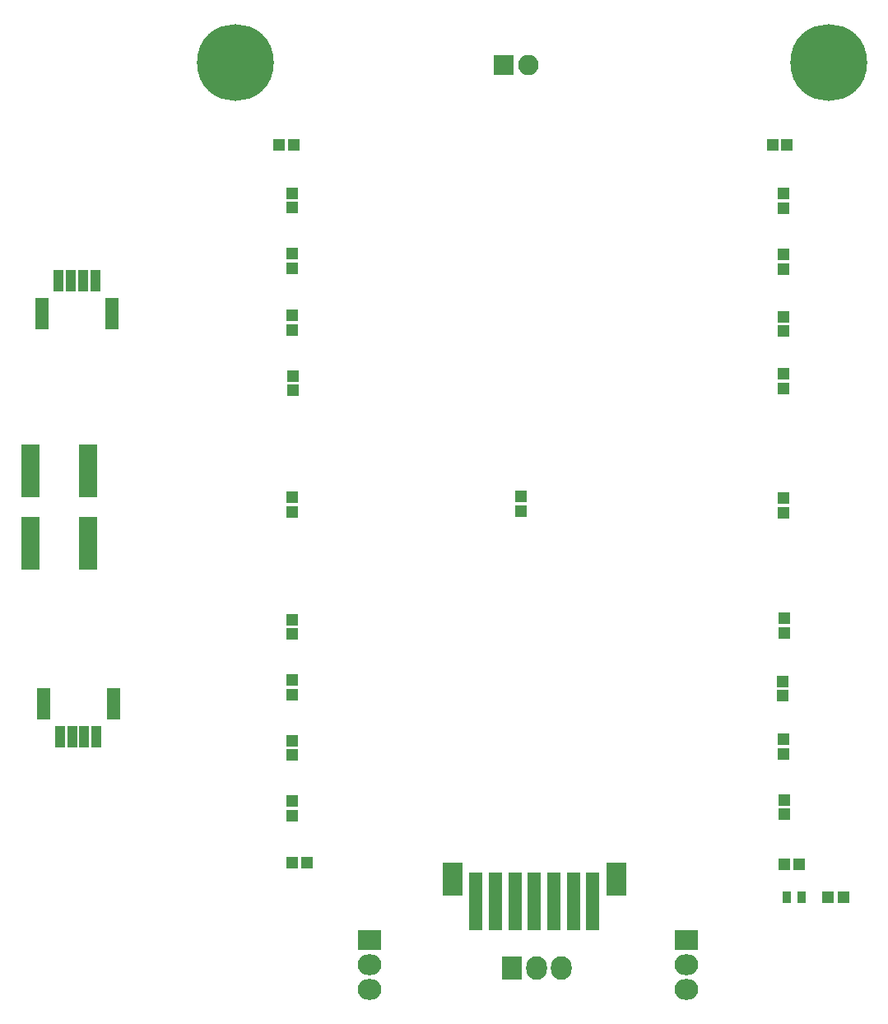
<source format=gbs>
G04 #@! TF.FileFunction,Soldermask,Bot*
%FSLAX46Y46*%
G04 Gerber Fmt 4.6, Leading zero omitted, Abs format (unit mm)*
G04 Created by KiCad (PCBNEW 4.0.6+dfsg1-1) date Sat Apr 14 23:57:49 2018*
%MOMM*%
%LPD*%
G01*
G04 APERTURE LIST*
%ADD10C,0.100000*%
%ADD11C,7.900000*%
%ADD12R,1.900000X0.850000*%
%ADD13R,1.150000X1.200000*%
%ADD14R,1.200000X1.150000*%
%ADD15R,1.000000X2.200000*%
%ADD16R,1.400000X3.200000*%
%ADD17R,1.400000X5.900000*%
%ADD18R,2.000000X3.400000*%
%ADD19R,2.100000X2.100000*%
%ADD20O,2.100000X2.100000*%
%ADD21R,2.127200X2.432000*%
%ADD22O,2.127200X2.432000*%
%ADD23R,2.432000X2.127200*%
%ADD24O,2.432000X2.127200*%
%ADD25R,1.200000X1.200000*%
%ADD26R,0.900000X1.300000*%
G04 APERTURE END LIST*
D10*
D11*
X206000000Y-86900000D03*
D12*
X129800000Y-134050000D03*
X129800000Y-134700000D03*
X129800000Y-135350000D03*
X129800000Y-136000000D03*
X129800000Y-136650000D03*
X129800000Y-137300000D03*
X129800000Y-137950000D03*
X129800000Y-138600000D03*
X123900000Y-138600000D03*
X123900000Y-137950000D03*
X123900000Y-137300000D03*
X123900000Y-136650000D03*
X123900000Y-136000000D03*
X123900000Y-135350000D03*
X123900000Y-134700000D03*
X123900000Y-134050000D03*
X129800000Y-126600000D03*
X129800000Y-127250000D03*
X129800000Y-127900000D03*
X129800000Y-128550000D03*
X129800000Y-129200000D03*
X129800000Y-129850000D03*
X129800000Y-130500000D03*
X129800000Y-131150000D03*
X123900000Y-131150000D03*
X123900000Y-130500000D03*
X123900000Y-129850000D03*
X123900000Y-129200000D03*
X123900000Y-128550000D03*
X123900000Y-127900000D03*
X123900000Y-127250000D03*
X123900000Y-126600000D03*
D13*
X150800000Y-100300000D03*
X150800000Y-101800000D03*
X150850000Y-106500000D03*
X150850000Y-108000000D03*
X150850000Y-112900000D03*
X150850000Y-114400000D03*
X201450000Y-162700000D03*
X201450000Y-164200000D03*
X201350000Y-106600000D03*
X201350000Y-108100000D03*
X150900000Y-119100000D03*
X150900000Y-120600000D03*
D14*
X149500000Y-95300000D03*
X151000000Y-95300000D03*
D13*
X201350000Y-113000000D03*
X201350000Y-114500000D03*
X150850000Y-131600000D03*
X150850000Y-133100000D03*
X201400000Y-118900000D03*
X201400000Y-120400000D03*
D14*
X150850000Y-169200000D03*
X152350000Y-169200000D03*
X201450000Y-169300000D03*
X202950000Y-169300000D03*
D13*
X201400000Y-131650000D03*
X201400000Y-133150000D03*
D14*
X200250000Y-95300000D03*
X201750000Y-95300000D03*
D13*
X150850000Y-144150000D03*
X150850000Y-145650000D03*
X201400000Y-100350000D03*
X201400000Y-101850000D03*
X201450000Y-144050000D03*
X201450000Y-145550000D03*
X174350000Y-131500000D03*
X174350000Y-133000000D03*
X150800000Y-162850000D03*
X150800000Y-164350000D03*
X150800000Y-150400000D03*
X150800000Y-151900000D03*
X201300000Y-150500000D03*
X201300000Y-152000000D03*
X201350000Y-156450000D03*
X201350000Y-157950000D03*
X150800000Y-156600000D03*
X150800000Y-158100000D03*
D15*
X126950000Y-156200000D03*
X128200000Y-156200000D03*
X129450000Y-156200000D03*
X130700000Y-156200000D03*
D16*
X132425000Y-152850000D03*
X125225000Y-152850000D03*
D17*
X181750000Y-173125000D03*
X179750000Y-173125000D03*
X177750000Y-173125000D03*
X175750000Y-173125000D03*
X173750000Y-173125000D03*
X171750000Y-173125000D03*
X169750000Y-173125000D03*
D18*
X184150000Y-170875000D03*
X167350000Y-170875000D03*
D15*
X130575000Y-109350000D03*
X129325000Y-109350000D03*
X128075000Y-109350000D03*
X126825000Y-109350000D03*
D16*
X125100000Y-112700000D03*
X132300000Y-112700000D03*
D19*
X172600000Y-87100000D03*
D20*
X175140000Y-87100000D03*
D21*
X173460000Y-180000000D03*
D22*
X176000000Y-180000000D03*
X178540000Y-180000000D03*
D23*
X191350000Y-177110000D03*
D24*
X191350000Y-179650000D03*
X191350000Y-182190000D03*
D23*
X158800000Y-177110000D03*
D24*
X158800000Y-179650000D03*
X158800000Y-182190000D03*
D25*
X207550000Y-172750000D03*
X205950000Y-172750000D03*
D26*
X201750000Y-172750000D03*
X203250000Y-172750000D03*
D11*
X145000000Y-86900000D03*
M02*

</source>
